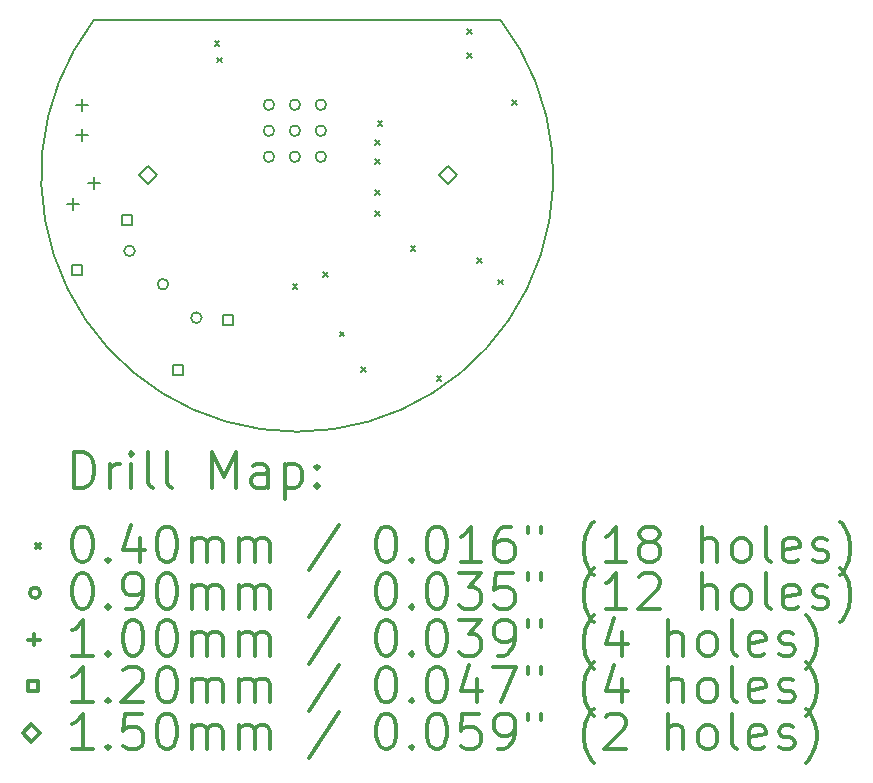
<source format=gbr>
%FSLAX45Y45*%
G04 Gerber Fmt 4.5, Leading zero omitted, Abs format (unit mm)*
G04 Created by KiCad (PCBNEW no-vcs-found-33e0758~58~ubuntu16.04.1) date Wed May  9 13:31:19 2018*
%MOMM*%
%LPD*%
G01*
G04 APERTURE LIST*
%ADD10C,0.127000*%
%ADD11C,0.150000*%
%ADD12C,0.200000*%
%ADD13C,0.300000*%
G04 APERTURE END LIST*
D10*
D11*
X13640000Y-6880000D02*
X13640000Y-6880000D01*
X10200000Y-6880000D02*
X13640000Y-6880000D01*
X13640000Y-6880000D02*
G75*
G02X10200000Y-6880000I-1720000J-1320000D01*
G01*
D12*
X11220000Y-7060000D02*
X11260000Y-7100000D01*
X11260000Y-7060000D02*
X11220000Y-7100000D01*
X11240000Y-7200000D02*
X11280000Y-7240000D01*
X11280000Y-7200000D02*
X11240000Y-7240000D01*
X11880000Y-9120000D02*
X11920000Y-9160000D01*
X11920000Y-9120000D02*
X11880000Y-9160000D01*
X12140000Y-9020000D02*
X12180000Y-9060000D01*
X12180000Y-9020000D02*
X12140000Y-9060000D01*
X12280000Y-9520000D02*
X12320000Y-9560000D01*
X12320000Y-9520000D02*
X12280000Y-9560000D01*
X12460000Y-9820000D02*
X12500000Y-9860000D01*
X12500000Y-9820000D02*
X12460000Y-9860000D01*
X12580000Y-7900000D02*
X12620000Y-7940000D01*
X12620000Y-7900000D02*
X12580000Y-7940000D01*
X12580000Y-8060000D02*
X12620000Y-8100000D01*
X12620000Y-8060000D02*
X12580000Y-8100000D01*
X12580000Y-8320000D02*
X12620000Y-8360000D01*
X12620000Y-8320000D02*
X12580000Y-8360000D01*
X12580000Y-8500000D02*
X12620000Y-8540000D01*
X12620000Y-8500000D02*
X12580000Y-8540000D01*
X12600000Y-7740000D02*
X12640000Y-7780000D01*
X12640000Y-7740000D02*
X12600000Y-7780000D01*
X12880000Y-8800000D02*
X12920000Y-8840000D01*
X12920000Y-8800000D02*
X12880000Y-8840000D01*
X13100000Y-9900000D02*
X13140000Y-9940000D01*
X13140000Y-9900000D02*
X13100000Y-9940000D01*
X13360000Y-6960000D02*
X13400000Y-7000000D01*
X13400000Y-6960000D02*
X13360000Y-7000000D01*
X13360000Y-7160000D02*
X13400000Y-7200000D01*
X13400000Y-7160000D02*
X13360000Y-7200000D01*
X13440000Y-8900000D02*
X13480000Y-8940000D01*
X13480000Y-8900000D02*
X13440000Y-8940000D01*
X13620000Y-9080000D02*
X13660000Y-9120000D01*
X13660000Y-9080000D02*
X13620000Y-9120000D01*
X13740000Y-7560000D02*
X13780000Y-7600000D01*
X13780000Y-7560000D02*
X13740000Y-7600000D01*
X10545000Y-8837157D02*
G75*
G03X10545000Y-8837157I-45000J0D01*
G01*
X10827843Y-9120000D02*
G75*
G03X10827843Y-9120000I-45000J0D01*
G01*
X11110685Y-9402843D02*
G75*
G03X11110685Y-9402843I-45000J0D01*
G01*
X11945000Y-7600000D02*
G75*
G03X11945000Y-7600000I-45000J0D01*
G01*
X11725000Y-7820000D02*
G75*
G03X11725000Y-7820000I-45000J0D01*
G01*
X12165000Y-7600000D02*
G75*
G03X12165000Y-7600000I-45000J0D01*
G01*
X11725000Y-7600000D02*
G75*
G03X11725000Y-7600000I-45000J0D01*
G01*
X11725000Y-8040000D02*
G75*
G03X11725000Y-8040000I-45000J0D01*
G01*
X12165000Y-7820000D02*
G75*
G03X12165000Y-7820000I-45000J0D01*
G01*
X11945000Y-8040000D02*
G75*
G03X11945000Y-8040000I-45000J0D01*
G01*
X12165000Y-8040000D02*
G75*
G03X12165000Y-8040000I-45000J0D01*
G01*
X11945000Y-7820000D02*
G75*
G03X11945000Y-7820000I-45000J0D01*
G01*
X10100000Y-7550000D02*
X10100000Y-7650000D01*
X10050000Y-7600000D02*
X10150000Y-7600000D01*
X10100000Y-7804000D02*
X10100000Y-7904000D01*
X10050000Y-7854000D02*
X10150000Y-7854000D01*
X10020395Y-8389605D02*
X10020395Y-8489605D01*
X9970395Y-8439605D02*
X10070395Y-8439605D01*
X10200000Y-8210000D02*
X10200000Y-8310000D01*
X10150000Y-8260000D02*
X10250000Y-8260000D01*
X10100485Y-9038683D02*
X10100485Y-8953830D01*
X10015632Y-8953830D01*
X10015632Y-9038683D01*
X10100485Y-9038683D01*
X10524749Y-8614419D02*
X10524749Y-8529566D01*
X10439896Y-8529566D01*
X10439896Y-8614419D01*
X10524749Y-8614419D01*
X10949013Y-9887211D02*
X10949013Y-9802358D01*
X10864160Y-9802358D01*
X10864160Y-9887211D01*
X10949013Y-9887211D01*
X11373277Y-9462947D02*
X11373277Y-9378094D01*
X11288424Y-9378094D01*
X11288424Y-9462947D01*
X11373277Y-9462947D01*
X10657572Y-8270853D02*
X10732629Y-8195796D01*
X10657572Y-8120739D01*
X10582515Y-8195796D01*
X10657572Y-8270853D01*
X13197572Y-8270853D02*
X13272629Y-8195796D01*
X13197572Y-8120739D01*
X13122515Y-8195796D01*
X13197572Y-8270853D01*
D13*
X10030796Y-10841347D02*
X10030796Y-10541347D01*
X10102224Y-10541347D01*
X10145081Y-10555633D01*
X10173653Y-10584204D01*
X10187939Y-10612776D01*
X10202224Y-10669919D01*
X10202224Y-10712776D01*
X10187939Y-10769919D01*
X10173653Y-10798490D01*
X10145081Y-10827061D01*
X10102224Y-10841347D01*
X10030796Y-10841347D01*
X10330796Y-10841347D02*
X10330796Y-10641347D01*
X10330796Y-10698490D02*
X10345081Y-10669919D01*
X10359367Y-10655633D01*
X10387939Y-10641347D01*
X10416510Y-10641347D01*
X10516510Y-10841347D02*
X10516510Y-10641347D01*
X10516510Y-10541347D02*
X10502224Y-10555633D01*
X10516510Y-10569919D01*
X10530796Y-10555633D01*
X10516510Y-10541347D01*
X10516510Y-10569919D01*
X10702224Y-10841347D02*
X10673653Y-10827061D01*
X10659367Y-10798490D01*
X10659367Y-10541347D01*
X10859367Y-10841347D02*
X10830796Y-10827061D01*
X10816510Y-10798490D01*
X10816510Y-10541347D01*
X11202224Y-10841347D02*
X11202224Y-10541347D01*
X11302224Y-10755633D01*
X11402224Y-10541347D01*
X11402224Y-10841347D01*
X11673653Y-10841347D02*
X11673653Y-10684204D01*
X11659367Y-10655633D01*
X11630796Y-10641347D01*
X11573653Y-10641347D01*
X11545081Y-10655633D01*
X11673653Y-10827061D02*
X11645081Y-10841347D01*
X11573653Y-10841347D01*
X11545081Y-10827061D01*
X11530796Y-10798490D01*
X11530796Y-10769919D01*
X11545081Y-10741347D01*
X11573653Y-10727061D01*
X11645081Y-10727061D01*
X11673653Y-10712776D01*
X11816510Y-10641347D02*
X11816510Y-10941347D01*
X11816510Y-10655633D02*
X11845081Y-10641347D01*
X11902224Y-10641347D01*
X11930796Y-10655633D01*
X11945081Y-10669919D01*
X11959367Y-10698490D01*
X11959367Y-10784204D01*
X11945081Y-10812776D01*
X11930796Y-10827061D01*
X11902224Y-10841347D01*
X11845081Y-10841347D01*
X11816510Y-10827061D01*
X12087939Y-10812776D02*
X12102224Y-10827061D01*
X12087939Y-10841347D01*
X12073653Y-10827061D01*
X12087939Y-10812776D01*
X12087939Y-10841347D01*
X12087939Y-10655633D02*
X12102224Y-10669919D01*
X12087939Y-10684204D01*
X12073653Y-10669919D01*
X12087939Y-10655633D01*
X12087939Y-10684204D01*
X9704367Y-11315633D02*
X9744367Y-11355633D01*
X9744367Y-11315633D02*
X9704367Y-11355633D01*
X10087939Y-11171347D02*
X10116510Y-11171347D01*
X10145081Y-11185633D01*
X10159367Y-11199918D01*
X10173653Y-11228490D01*
X10187939Y-11285633D01*
X10187939Y-11357061D01*
X10173653Y-11414204D01*
X10159367Y-11442776D01*
X10145081Y-11457061D01*
X10116510Y-11471347D01*
X10087939Y-11471347D01*
X10059367Y-11457061D01*
X10045081Y-11442776D01*
X10030796Y-11414204D01*
X10016510Y-11357061D01*
X10016510Y-11285633D01*
X10030796Y-11228490D01*
X10045081Y-11199918D01*
X10059367Y-11185633D01*
X10087939Y-11171347D01*
X10316510Y-11442776D02*
X10330796Y-11457061D01*
X10316510Y-11471347D01*
X10302224Y-11457061D01*
X10316510Y-11442776D01*
X10316510Y-11471347D01*
X10587939Y-11271347D02*
X10587939Y-11471347D01*
X10516510Y-11157061D02*
X10445081Y-11371347D01*
X10630796Y-11371347D01*
X10802224Y-11171347D02*
X10830796Y-11171347D01*
X10859367Y-11185633D01*
X10873653Y-11199918D01*
X10887939Y-11228490D01*
X10902224Y-11285633D01*
X10902224Y-11357061D01*
X10887939Y-11414204D01*
X10873653Y-11442776D01*
X10859367Y-11457061D01*
X10830796Y-11471347D01*
X10802224Y-11471347D01*
X10773653Y-11457061D01*
X10759367Y-11442776D01*
X10745081Y-11414204D01*
X10730796Y-11357061D01*
X10730796Y-11285633D01*
X10745081Y-11228490D01*
X10759367Y-11199918D01*
X10773653Y-11185633D01*
X10802224Y-11171347D01*
X11030796Y-11471347D02*
X11030796Y-11271347D01*
X11030796Y-11299918D02*
X11045081Y-11285633D01*
X11073653Y-11271347D01*
X11116510Y-11271347D01*
X11145081Y-11285633D01*
X11159367Y-11314204D01*
X11159367Y-11471347D01*
X11159367Y-11314204D02*
X11173653Y-11285633D01*
X11202224Y-11271347D01*
X11245081Y-11271347D01*
X11273653Y-11285633D01*
X11287939Y-11314204D01*
X11287939Y-11471347D01*
X11430796Y-11471347D02*
X11430796Y-11271347D01*
X11430796Y-11299918D02*
X11445081Y-11285633D01*
X11473653Y-11271347D01*
X11516510Y-11271347D01*
X11545081Y-11285633D01*
X11559367Y-11314204D01*
X11559367Y-11471347D01*
X11559367Y-11314204D02*
X11573653Y-11285633D01*
X11602224Y-11271347D01*
X11645081Y-11271347D01*
X11673653Y-11285633D01*
X11687939Y-11314204D01*
X11687939Y-11471347D01*
X12273653Y-11157061D02*
X12016510Y-11542776D01*
X12659367Y-11171347D02*
X12687939Y-11171347D01*
X12716510Y-11185633D01*
X12730796Y-11199918D01*
X12745081Y-11228490D01*
X12759367Y-11285633D01*
X12759367Y-11357061D01*
X12745081Y-11414204D01*
X12730796Y-11442776D01*
X12716510Y-11457061D01*
X12687939Y-11471347D01*
X12659367Y-11471347D01*
X12630796Y-11457061D01*
X12616510Y-11442776D01*
X12602224Y-11414204D01*
X12587939Y-11357061D01*
X12587939Y-11285633D01*
X12602224Y-11228490D01*
X12616510Y-11199918D01*
X12630796Y-11185633D01*
X12659367Y-11171347D01*
X12887939Y-11442776D02*
X12902224Y-11457061D01*
X12887939Y-11471347D01*
X12873653Y-11457061D01*
X12887939Y-11442776D01*
X12887939Y-11471347D01*
X13087939Y-11171347D02*
X13116510Y-11171347D01*
X13145081Y-11185633D01*
X13159367Y-11199918D01*
X13173653Y-11228490D01*
X13187939Y-11285633D01*
X13187939Y-11357061D01*
X13173653Y-11414204D01*
X13159367Y-11442776D01*
X13145081Y-11457061D01*
X13116510Y-11471347D01*
X13087939Y-11471347D01*
X13059367Y-11457061D01*
X13045081Y-11442776D01*
X13030796Y-11414204D01*
X13016510Y-11357061D01*
X13016510Y-11285633D01*
X13030796Y-11228490D01*
X13045081Y-11199918D01*
X13059367Y-11185633D01*
X13087939Y-11171347D01*
X13473653Y-11471347D02*
X13302224Y-11471347D01*
X13387939Y-11471347D02*
X13387939Y-11171347D01*
X13359367Y-11214204D01*
X13330796Y-11242776D01*
X13302224Y-11257061D01*
X13730796Y-11171347D02*
X13673653Y-11171347D01*
X13645081Y-11185633D01*
X13630796Y-11199918D01*
X13602224Y-11242776D01*
X13587939Y-11299918D01*
X13587939Y-11414204D01*
X13602224Y-11442776D01*
X13616510Y-11457061D01*
X13645081Y-11471347D01*
X13702224Y-11471347D01*
X13730796Y-11457061D01*
X13745081Y-11442776D01*
X13759367Y-11414204D01*
X13759367Y-11342776D01*
X13745081Y-11314204D01*
X13730796Y-11299918D01*
X13702224Y-11285633D01*
X13645081Y-11285633D01*
X13616510Y-11299918D01*
X13602224Y-11314204D01*
X13587939Y-11342776D01*
X13873653Y-11171347D02*
X13873653Y-11228490D01*
X13987939Y-11171347D02*
X13987939Y-11228490D01*
X14430796Y-11585633D02*
X14416510Y-11571347D01*
X14387939Y-11528490D01*
X14373653Y-11499918D01*
X14359367Y-11457061D01*
X14345081Y-11385633D01*
X14345081Y-11328490D01*
X14359367Y-11257061D01*
X14373653Y-11214204D01*
X14387939Y-11185633D01*
X14416510Y-11142776D01*
X14430796Y-11128490D01*
X14702224Y-11471347D02*
X14530796Y-11471347D01*
X14616510Y-11471347D02*
X14616510Y-11171347D01*
X14587939Y-11214204D01*
X14559367Y-11242776D01*
X14530796Y-11257061D01*
X14873653Y-11299918D02*
X14845081Y-11285633D01*
X14830796Y-11271347D01*
X14816510Y-11242776D01*
X14816510Y-11228490D01*
X14830796Y-11199918D01*
X14845081Y-11185633D01*
X14873653Y-11171347D01*
X14930796Y-11171347D01*
X14959367Y-11185633D01*
X14973653Y-11199918D01*
X14987939Y-11228490D01*
X14987939Y-11242776D01*
X14973653Y-11271347D01*
X14959367Y-11285633D01*
X14930796Y-11299918D01*
X14873653Y-11299918D01*
X14845081Y-11314204D01*
X14830796Y-11328490D01*
X14816510Y-11357061D01*
X14816510Y-11414204D01*
X14830796Y-11442776D01*
X14845081Y-11457061D01*
X14873653Y-11471347D01*
X14930796Y-11471347D01*
X14959367Y-11457061D01*
X14973653Y-11442776D01*
X14987939Y-11414204D01*
X14987939Y-11357061D01*
X14973653Y-11328490D01*
X14959367Y-11314204D01*
X14930796Y-11299918D01*
X15345081Y-11471347D02*
X15345081Y-11171347D01*
X15473653Y-11471347D02*
X15473653Y-11314204D01*
X15459367Y-11285633D01*
X15430796Y-11271347D01*
X15387939Y-11271347D01*
X15359367Y-11285633D01*
X15345081Y-11299918D01*
X15659367Y-11471347D02*
X15630796Y-11457061D01*
X15616510Y-11442776D01*
X15602224Y-11414204D01*
X15602224Y-11328490D01*
X15616510Y-11299918D01*
X15630796Y-11285633D01*
X15659367Y-11271347D01*
X15702224Y-11271347D01*
X15730796Y-11285633D01*
X15745081Y-11299918D01*
X15759367Y-11328490D01*
X15759367Y-11414204D01*
X15745081Y-11442776D01*
X15730796Y-11457061D01*
X15702224Y-11471347D01*
X15659367Y-11471347D01*
X15930796Y-11471347D02*
X15902224Y-11457061D01*
X15887939Y-11428490D01*
X15887939Y-11171347D01*
X16159367Y-11457061D02*
X16130796Y-11471347D01*
X16073653Y-11471347D01*
X16045081Y-11457061D01*
X16030796Y-11428490D01*
X16030796Y-11314204D01*
X16045081Y-11285633D01*
X16073653Y-11271347D01*
X16130796Y-11271347D01*
X16159367Y-11285633D01*
X16173653Y-11314204D01*
X16173653Y-11342776D01*
X16030796Y-11371347D01*
X16287939Y-11457061D02*
X16316510Y-11471347D01*
X16373653Y-11471347D01*
X16402224Y-11457061D01*
X16416510Y-11428490D01*
X16416510Y-11414204D01*
X16402224Y-11385633D01*
X16373653Y-11371347D01*
X16330796Y-11371347D01*
X16302224Y-11357061D01*
X16287939Y-11328490D01*
X16287939Y-11314204D01*
X16302224Y-11285633D01*
X16330796Y-11271347D01*
X16373653Y-11271347D01*
X16402224Y-11285633D01*
X16516510Y-11585633D02*
X16530796Y-11571347D01*
X16559367Y-11528490D01*
X16573653Y-11499918D01*
X16587939Y-11457061D01*
X16602224Y-11385633D01*
X16602224Y-11328490D01*
X16587939Y-11257061D01*
X16573653Y-11214204D01*
X16559367Y-11185633D01*
X16530796Y-11142776D01*
X16516510Y-11128490D01*
X9744367Y-11731633D02*
G75*
G03X9744367Y-11731633I-45000J0D01*
G01*
X10087939Y-11567347D02*
X10116510Y-11567347D01*
X10145081Y-11581633D01*
X10159367Y-11595918D01*
X10173653Y-11624490D01*
X10187939Y-11681633D01*
X10187939Y-11753061D01*
X10173653Y-11810204D01*
X10159367Y-11838776D01*
X10145081Y-11853061D01*
X10116510Y-11867347D01*
X10087939Y-11867347D01*
X10059367Y-11853061D01*
X10045081Y-11838776D01*
X10030796Y-11810204D01*
X10016510Y-11753061D01*
X10016510Y-11681633D01*
X10030796Y-11624490D01*
X10045081Y-11595918D01*
X10059367Y-11581633D01*
X10087939Y-11567347D01*
X10316510Y-11838776D02*
X10330796Y-11853061D01*
X10316510Y-11867347D01*
X10302224Y-11853061D01*
X10316510Y-11838776D01*
X10316510Y-11867347D01*
X10473653Y-11867347D02*
X10530796Y-11867347D01*
X10559367Y-11853061D01*
X10573653Y-11838776D01*
X10602224Y-11795918D01*
X10616510Y-11738776D01*
X10616510Y-11624490D01*
X10602224Y-11595918D01*
X10587939Y-11581633D01*
X10559367Y-11567347D01*
X10502224Y-11567347D01*
X10473653Y-11581633D01*
X10459367Y-11595918D01*
X10445081Y-11624490D01*
X10445081Y-11695918D01*
X10459367Y-11724490D01*
X10473653Y-11738776D01*
X10502224Y-11753061D01*
X10559367Y-11753061D01*
X10587939Y-11738776D01*
X10602224Y-11724490D01*
X10616510Y-11695918D01*
X10802224Y-11567347D02*
X10830796Y-11567347D01*
X10859367Y-11581633D01*
X10873653Y-11595918D01*
X10887939Y-11624490D01*
X10902224Y-11681633D01*
X10902224Y-11753061D01*
X10887939Y-11810204D01*
X10873653Y-11838776D01*
X10859367Y-11853061D01*
X10830796Y-11867347D01*
X10802224Y-11867347D01*
X10773653Y-11853061D01*
X10759367Y-11838776D01*
X10745081Y-11810204D01*
X10730796Y-11753061D01*
X10730796Y-11681633D01*
X10745081Y-11624490D01*
X10759367Y-11595918D01*
X10773653Y-11581633D01*
X10802224Y-11567347D01*
X11030796Y-11867347D02*
X11030796Y-11667347D01*
X11030796Y-11695918D02*
X11045081Y-11681633D01*
X11073653Y-11667347D01*
X11116510Y-11667347D01*
X11145081Y-11681633D01*
X11159367Y-11710204D01*
X11159367Y-11867347D01*
X11159367Y-11710204D02*
X11173653Y-11681633D01*
X11202224Y-11667347D01*
X11245081Y-11667347D01*
X11273653Y-11681633D01*
X11287939Y-11710204D01*
X11287939Y-11867347D01*
X11430796Y-11867347D02*
X11430796Y-11667347D01*
X11430796Y-11695918D02*
X11445081Y-11681633D01*
X11473653Y-11667347D01*
X11516510Y-11667347D01*
X11545081Y-11681633D01*
X11559367Y-11710204D01*
X11559367Y-11867347D01*
X11559367Y-11710204D02*
X11573653Y-11681633D01*
X11602224Y-11667347D01*
X11645081Y-11667347D01*
X11673653Y-11681633D01*
X11687939Y-11710204D01*
X11687939Y-11867347D01*
X12273653Y-11553061D02*
X12016510Y-11938776D01*
X12659367Y-11567347D02*
X12687939Y-11567347D01*
X12716510Y-11581633D01*
X12730796Y-11595918D01*
X12745081Y-11624490D01*
X12759367Y-11681633D01*
X12759367Y-11753061D01*
X12745081Y-11810204D01*
X12730796Y-11838776D01*
X12716510Y-11853061D01*
X12687939Y-11867347D01*
X12659367Y-11867347D01*
X12630796Y-11853061D01*
X12616510Y-11838776D01*
X12602224Y-11810204D01*
X12587939Y-11753061D01*
X12587939Y-11681633D01*
X12602224Y-11624490D01*
X12616510Y-11595918D01*
X12630796Y-11581633D01*
X12659367Y-11567347D01*
X12887939Y-11838776D02*
X12902224Y-11853061D01*
X12887939Y-11867347D01*
X12873653Y-11853061D01*
X12887939Y-11838776D01*
X12887939Y-11867347D01*
X13087939Y-11567347D02*
X13116510Y-11567347D01*
X13145081Y-11581633D01*
X13159367Y-11595918D01*
X13173653Y-11624490D01*
X13187939Y-11681633D01*
X13187939Y-11753061D01*
X13173653Y-11810204D01*
X13159367Y-11838776D01*
X13145081Y-11853061D01*
X13116510Y-11867347D01*
X13087939Y-11867347D01*
X13059367Y-11853061D01*
X13045081Y-11838776D01*
X13030796Y-11810204D01*
X13016510Y-11753061D01*
X13016510Y-11681633D01*
X13030796Y-11624490D01*
X13045081Y-11595918D01*
X13059367Y-11581633D01*
X13087939Y-11567347D01*
X13287939Y-11567347D02*
X13473653Y-11567347D01*
X13373653Y-11681633D01*
X13416510Y-11681633D01*
X13445081Y-11695918D01*
X13459367Y-11710204D01*
X13473653Y-11738776D01*
X13473653Y-11810204D01*
X13459367Y-11838776D01*
X13445081Y-11853061D01*
X13416510Y-11867347D01*
X13330796Y-11867347D01*
X13302224Y-11853061D01*
X13287939Y-11838776D01*
X13745081Y-11567347D02*
X13602224Y-11567347D01*
X13587939Y-11710204D01*
X13602224Y-11695918D01*
X13630796Y-11681633D01*
X13702224Y-11681633D01*
X13730796Y-11695918D01*
X13745081Y-11710204D01*
X13759367Y-11738776D01*
X13759367Y-11810204D01*
X13745081Y-11838776D01*
X13730796Y-11853061D01*
X13702224Y-11867347D01*
X13630796Y-11867347D01*
X13602224Y-11853061D01*
X13587939Y-11838776D01*
X13873653Y-11567347D02*
X13873653Y-11624490D01*
X13987939Y-11567347D02*
X13987939Y-11624490D01*
X14430796Y-11981633D02*
X14416510Y-11967347D01*
X14387939Y-11924490D01*
X14373653Y-11895918D01*
X14359367Y-11853061D01*
X14345081Y-11781633D01*
X14345081Y-11724490D01*
X14359367Y-11653061D01*
X14373653Y-11610204D01*
X14387939Y-11581633D01*
X14416510Y-11538776D01*
X14430796Y-11524490D01*
X14702224Y-11867347D02*
X14530796Y-11867347D01*
X14616510Y-11867347D02*
X14616510Y-11567347D01*
X14587939Y-11610204D01*
X14559367Y-11638776D01*
X14530796Y-11653061D01*
X14816510Y-11595918D02*
X14830796Y-11581633D01*
X14859367Y-11567347D01*
X14930796Y-11567347D01*
X14959367Y-11581633D01*
X14973653Y-11595918D01*
X14987939Y-11624490D01*
X14987939Y-11653061D01*
X14973653Y-11695918D01*
X14802224Y-11867347D01*
X14987939Y-11867347D01*
X15345081Y-11867347D02*
X15345081Y-11567347D01*
X15473653Y-11867347D02*
X15473653Y-11710204D01*
X15459367Y-11681633D01*
X15430796Y-11667347D01*
X15387939Y-11667347D01*
X15359367Y-11681633D01*
X15345081Y-11695918D01*
X15659367Y-11867347D02*
X15630796Y-11853061D01*
X15616510Y-11838776D01*
X15602224Y-11810204D01*
X15602224Y-11724490D01*
X15616510Y-11695918D01*
X15630796Y-11681633D01*
X15659367Y-11667347D01*
X15702224Y-11667347D01*
X15730796Y-11681633D01*
X15745081Y-11695918D01*
X15759367Y-11724490D01*
X15759367Y-11810204D01*
X15745081Y-11838776D01*
X15730796Y-11853061D01*
X15702224Y-11867347D01*
X15659367Y-11867347D01*
X15930796Y-11867347D02*
X15902224Y-11853061D01*
X15887939Y-11824490D01*
X15887939Y-11567347D01*
X16159367Y-11853061D02*
X16130796Y-11867347D01*
X16073653Y-11867347D01*
X16045081Y-11853061D01*
X16030796Y-11824490D01*
X16030796Y-11710204D01*
X16045081Y-11681633D01*
X16073653Y-11667347D01*
X16130796Y-11667347D01*
X16159367Y-11681633D01*
X16173653Y-11710204D01*
X16173653Y-11738776D01*
X16030796Y-11767347D01*
X16287939Y-11853061D02*
X16316510Y-11867347D01*
X16373653Y-11867347D01*
X16402224Y-11853061D01*
X16416510Y-11824490D01*
X16416510Y-11810204D01*
X16402224Y-11781633D01*
X16373653Y-11767347D01*
X16330796Y-11767347D01*
X16302224Y-11753061D01*
X16287939Y-11724490D01*
X16287939Y-11710204D01*
X16302224Y-11681633D01*
X16330796Y-11667347D01*
X16373653Y-11667347D01*
X16402224Y-11681633D01*
X16516510Y-11981633D02*
X16530796Y-11967347D01*
X16559367Y-11924490D01*
X16573653Y-11895918D01*
X16587939Y-11853061D01*
X16602224Y-11781633D01*
X16602224Y-11724490D01*
X16587939Y-11653061D01*
X16573653Y-11610204D01*
X16559367Y-11581633D01*
X16530796Y-11538776D01*
X16516510Y-11524490D01*
X9694367Y-12077633D02*
X9694367Y-12177633D01*
X9644367Y-12127633D02*
X9744367Y-12127633D01*
X10187939Y-12263347D02*
X10016510Y-12263347D01*
X10102224Y-12263347D02*
X10102224Y-11963347D01*
X10073653Y-12006204D01*
X10045081Y-12034776D01*
X10016510Y-12049061D01*
X10316510Y-12234776D02*
X10330796Y-12249061D01*
X10316510Y-12263347D01*
X10302224Y-12249061D01*
X10316510Y-12234776D01*
X10316510Y-12263347D01*
X10516510Y-11963347D02*
X10545081Y-11963347D01*
X10573653Y-11977633D01*
X10587939Y-11991918D01*
X10602224Y-12020490D01*
X10616510Y-12077633D01*
X10616510Y-12149061D01*
X10602224Y-12206204D01*
X10587939Y-12234776D01*
X10573653Y-12249061D01*
X10545081Y-12263347D01*
X10516510Y-12263347D01*
X10487939Y-12249061D01*
X10473653Y-12234776D01*
X10459367Y-12206204D01*
X10445081Y-12149061D01*
X10445081Y-12077633D01*
X10459367Y-12020490D01*
X10473653Y-11991918D01*
X10487939Y-11977633D01*
X10516510Y-11963347D01*
X10802224Y-11963347D02*
X10830796Y-11963347D01*
X10859367Y-11977633D01*
X10873653Y-11991918D01*
X10887939Y-12020490D01*
X10902224Y-12077633D01*
X10902224Y-12149061D01*
X10887939Y-12206204D01*
X10873653Y-12234776D01*
X10859367Y-12249061D01*
X10830796Y-12263347D01*
X10802224Y-12263347D01*
X10773653Y-12249061D01*
X10759367Y-12234776D01*
X10745081Y-12206204D01*
X10730796Y-12149061D01*
X10730796Y-12077633D01*
X10745081Y-12020490D01*
X10759367Y-11991918D01*
X10773653Y-11977633D01*
X10802224Y-11963347D01*
X11030796Y-12263347D02*
X11030796Y-12063347D01*
X11030796Y-12091918D02*
X11045081Y-12077633D01*
X11073653Y-12063347D01*
X11116510Y-12063347D01*
X11145081Y-12077633D01*
X11159367Y-12106204D01*
X11159367Y-12263347D01*
X11159367Y-12106204D02*
X11173653Y-12077633D01*
X11202224Y-12063347D01*
X11245081Y-12063347D01*
X11273653Y-12077633D01*
X11287939Y-12106204D01*
X11287939Y-12263347D01*
X11430796Y-12263347D02*
X11430796Y-12063347D01*
X11430796Y-12091918D02*
X11445081Y-12077633D01*
X11473653Y-12063347D01*
X11516510Y-12063347D01*
X11545081Y-12077633D01*
X11559367Y-12106204D01*
X11559367Y-12263347D01*
X11559367Y-12106204D02*
X11573653Y-12077633D01*
X11602224Y-12063347D01*
X11645081Y-12063347D01*
X11673653Y-12077633D01*
X11687939Y-12106204D01*
X11687939Y-12263347D01*
X12273653Y-11949061D02*
X12016510Y-12334776D01*
X12659367Y-11963347D02*
X12687939Y-11963347D01*
X12716510Y-11977633D01*
X12730796Y-11991918D01*
X12745081Y-12020490D01*
X12759367Y-12077633D01*
X12759367Y-12149061D01*
X12745081Y-12206204D01*
X12730796Y-12234776D01*
X12716510Y-12249061D01*
X12687939Y-12263347D01*
X12659367Y-12263347D01*
X12630796Y-12249061D01*
X12616510Y-12234776D01*
X12602224Y-12206204D01*
X12587939Y-12149061D01*
X12587939Y-12077633D01*
X12602224Y-12020490D01*
X12616510Y-11991918D01*
X12630796Y-11977633D01*
X12659367Y-11963347D01*
X12887939Y-12234776D02*
X12902224Y-12249061D01*
X12887939Y-12263347D01*
X12873653Y-12249061D01*
X12887939Y-12234776D01*
X12887939Y-12263347D01*
X13087939Y-11963347D02*
X13116510Y-11963347D01*
X13145081Y-11977633D01*
X13159367Y-11991918D01*
X13173653Y-12020490D01*
X13187939Y-12077633D01*
X13187939Y-12149061D01*
X13173653Y-12206204D01*
X13159367Y-12234776D01*
X13145081Y-12249061D01*
X13116510Y-12263347D01*
X13087939Y-12263347D01*
X13059367Y-12249061D01*
X13045081Y-12234776D01*
X13030796Y-12206204D01*
X13016510Y-12149061D01*
X13016510Y-12077633D01*
X13030796Y-12020490D01*
X13045081Y-11991918D01*
X13059367Y-11977633D01*
X13087939Y-11963347D01*
X13287939Y-11963347D02*
X13473653Y-11963347D01*
X13373653Y-12077633D01*
X13416510Y-12077633D01*
X13445081Y-12091918D01*
X13459367Y-12106204D01*
X13473653Y-12134776D01*
X13473653Y-12206204D01*
X13459367Y-12234776D01*
X13445081Y-12249061D01*
X13416510Y-12263347D01*
X13330796Y-12263347D01*
X13302224Y-12249061D01*
X13287939Y-12234776D01*
X13616510Y-12263347D02*
X13673653Y-12263347D01*
X13702224Y-12249061D01*
X13716510Y-12234776D01*
X13745081Y-12191918D01*
X13759367Y-12134776D01*
X13759367Y-12020490D01*
X13745081Y-11991918D01*
X13730796Y-11977633D01*
X13702224Y-11963347D01*
X13645081Y-11963347D01*
X13616510Y-11977633D01*
X13602224Y-11991918D01*
X13587939Y-12020490D01*
X13587939Y-12091918D01*
X13602224Y-12120490D01*
X13616510Y-12134776D01*
X13645081Y-12149061D01*
X13702224Y-12149061D01*
X13730796Y-12134776D01*
X13745081Y-12120490D01*
X13759367Y-12091918D01*
X13873653Y-11963347D02*
X13873653Y-12020490D01*
X13987939Y-11963347D02*
X13987939Y-12020490D01*
X14430796Y-12377633D02*
X14416510Y-12363347D01*
X14387939Y-12320490D01*
X14373653Y-12291918D01*
X14359367Y-12249061D01*
X14345081Y-12177633D01*
X14345081Y-12120490D01*
X14359367Y-12049061D01*
X14373653Y-12006204D01*
X14387939Y-11977633D01*
X14416510Y-11934776D01*
X14430796Y-11920490D01*
X14673653Y-12063347D02*
X14673653Y-12263347D01*
X14602224Y-11949061D02*
X14530796Y-12163347D01*
X14716510Y-12163347D01*
X15059367Y-12263347D02*
X15059367Y-11963347D01*
X15187939Y-12263347D02*
X15187939Y-12106204D01*
X15173653Y-12077633D01*
X15145081Y-12063347D01*
X15102224Y-12063347D01*
X15073653Y-12077633D01*
X15059367Y-12091918D01*
X15373653Y-12263347D02*
X15345081Y-12249061D01*
X15330796Y-12234776D01*
X15316510Y-12206204D01*
X15316510Y-12120490D01*
X15330796Y-12091918D01*
X15345081Y-12077633D01*
X15373653Y-12063347D01*
X15416510Y-12063347D01*
X15445081Y-12077633D01*
X15459367Y-12091918D01*
X15473653Y-12120490D01*
X15473653Y-12206204D01*
X15459367Y-12234776D01*
X15445081Y-12249061D01*
X15416510Y-12263347D01*
X15373653Y-12263347D01*
X15645081Y-12263347D02*
X15616510Y-12249061D01*
X15602224Y-12220490D01*
X15602224Y-11963347D01*
X15873653Y-12249061D02*
X15845081Y-12263347D01*
X15787939Y-12263347D01*
X15759367Y-12249061D01*
X15745081Y-12220490D01*
X15745081Y-12106204D01*
X15759367Y-12077633D01*
X15787939Y-12063347D01*
X15845081Y-12063347D01*
X15873653Y-12077633D01*
X15887939Y-12106204D01*
X15887939Y-12134776D01*
X15745081Y-12163347D01*
X16002224Y-12249061D02*
X16030796Y-12263347D01*
X16087939Y-12263347D01*
X16116510Y-12249061D01*
X16130796Y-12220490D01*
X16130796Y-12206204D01*
X16116510Y-12177633D01*
X16087939Y-12163347D01*
X16045081Y-12163347D01*
X16016510Y-12149061D01*
X16002224Y-12120490D01*
X16002224Y-12106204D01*
X16016510Y-12077633D01*
X16045081Y-12063347D01*
X16087939Y-12063347D01*
X16116510Y-12077633D01*
X16230796Y-12377633D02*
X16245081Y-12363347D01*
X16273653Y-12320490D01*
X16287939Y-12291918D01*
X16302224Y-12249061D01*
X16316510Y-12177633D01*
X16316510Y-12120490D01*
X16302224Y-12049061D01*
X16287939Y-12006204D01*
X16273653Y-11977633D01*
X16245081Y-11934776D01*
X16230796Y-11920490D01*
X9726794Y-12566060D02*
X9726794Y-12481206D01*
X9641940Y-12481206D01*
X9641940Y-12566060D01*
X9726794Y-12566060D01*
X10187939Y-12659347D02*
X10016510Y-12659347D01*
X10102224Y-12659347D02*
X10102224Y-12359347D01*
X10073653Y-12402204D01*
X10045081Y-12430776D01*
X10016510Y-12445061D01*
X10316510Y-12630776D02*
X10330796Y-12645061D01*
X10316510Y-12659347D01*
X10302224Y-12645061D01*
X10316510Y-12630776D01*
X10316510Y-12659347D01*
X10445081Y-12387918D02*
X10459367Y-12373633D01*
X10487939Y-12359347D01*
X10559367Y-12359347D01*
X10587939Y-12373633D01*
X10602224Y-12387918D01*
X10616510Y-12416490D01*
X10616510Y-12445061D01*
X10602224Y-12487918D01*
X10430796Y-12659347D01*
X10616510Y-12659347D01*
X10802224Y-12359347D02*
X10830796Y-12359347D01*
X10859367Y-12373633D01*
X10873653Y-12387918D01*
X10887939Y-12416490D01*
X10902224Y-12473633D01*
X10902224Y-12545061D01*
X10887939Y-12602204D01*
X10873653Y-12630776D01*
X10859367Y-12645061D01*
X10830796Y-12659347D01*
X10802224Y-12659347D01*
X10773653Y-12645061D01*
X10759367Y-12630776D01*
X10745081Y-12602204D01*
X10730796Y-12545061D01*
X10730796Y-12473633D01*
X10745081Y-12416490D01*
X10759367Y-12387918D01*
X10773653Y-12373633D01*
X10802224Y-12359347D01*
X11030796Y-12659347D02*
X11030796Y-12459347D01*
X11030796Y-12487918D02*
X11045081Y-12473633D01*
X11073653Y-12459347D01*
X11116510Y-12459347D01*
X11145081Y-12473633D01*
X11159367Y-12502204D01*
X11159367Y-12659347D01*
X11159367Y-12502204D02*
X11173653Y-12473633D01*
X11202224Y-12459347D01*
X11245081Y-12459347D01*
X11273653Y-12473633D01*
X11287939Y-12502204D01*
X11287939Y-12659347D01*
X11430796Y-12659347D02*
X11430796Y-12459347D01*
X11430796Y-12487918D02*
X11445081Y-12473633D01*
X11473653Y-12459347D01*
X11516510Y-12459347D01*
X11545081Y-12473633D01*
X11559367Y-12502204D01*
X11559367Y-12659347D01*
X11559367Y-12502204D02*
X11573653Y-12473633D01*
X11602224Y-12459347D01*
X11645081Y-12459347D01*
X11673653Y-12473633D01*
X11687939Y-12502204D01*
X11687939Y-12659347D01*
X12273653Y-12345061D02*
X12016510Y-12730776D01*
X12659367Y-12359347D02*
X12687939Y-12359347D01*
X12716510Y-12373633D01*
X12730796Y-12387918D01*
X12745081Y-12416490D01*
X12759367Y-12473633D01*
X12759367Y-12545061D01*
X12745081Y-12602204D01*
X12730796Y-12630776D01*
X12716510Y-12645061D01*
X12687939Y-12659347D01*
X12659367Y-12659347D01*
X12630796Y-12645061D01*
X12616510Y-12630776D01*
X12602224Y-12602204D01*
X12587939Y-12545061D01*
X12587939Y-12473633D01*
X12602224Y-12416490D01*
X12616510Y-12387918D01*
X12630796Y-12373633D01*
X12659367Y-12359347D01*
X12887939Y-12630776D02*
X12902224Y-12645061D01*
X12887939Y-12659347D01*
X12873653Y-12645061D01*
X12887939Y-12630776D01*
X12887939Y-12659347D01*
X13087939Y-12359347D02*
X13116510Y-12359347D01*
X13145081Y-12373633D01*
X13159367Y-12387918D01*
X13173653Y-12416490D01*
X13187939Y-12473633D01*
X13187939Y-12545061D01*
X13173653Y-12602204D01*
X13159367Y-12630776D01*
X13145081Y-12645061D01*
X13116510Y-12659347D01*
X13087939Y-12659347D01*
X13059367Y-12645061D01*
X13045081Y-12630776D01*
X13030796Y-12602204D01*
X13016510Y-12545061D01*
X13016510Y-12473633D01*
X13030796Y-12416490D01*
X13045081Y-12387918D01*
X13059367Y-12373633D01*
X13087939Y-12359347D01*
X13445081Y-12459347D02*
X13445081Y-12659347D01*
X13373653Y-12345061D02*
X13302224Y-12559347D01*
X13487939Y-12559347D01*
X13573653Y-12359347D02*
X13773653Y-12359347D01*
X13645081Y-12659347D01*
X13873653Y-12359347D02*
X13873653Y-12416490D01*
X13987939Y-12359347D02*
X13987939Y-12416490D01*
X14430796Y-12773633D02*
X14416510Y-12759347D01*
X14387939Y-12716490D01*
X14373653Y-12687918D01*
X14359367Y-12645061D01*
X14345081Y-12573633D01*
X14345081Y-12516490D01*
X14359367Y-12445061D01*
X14373653Y-12402204D01*
X14387939Y-12373633D01*
X14416510Y-12330776D01*
X14430796Y-12316490D01*
X14673653Y-12459347D02*
X14673653Y-12659347D01*
X14602224Y-12345061D02*
X14530796Y-12559347D01*
X14716510Y-12559347D01*
X15059367Y-12659347D02*
X15059367Y-12359347D01*
X15187939Y-12659347D02*
X15187939Y-12502204D01*
X15173653Y-12473633D01*
X15145081Y-12459347D01*
X15102224Y-12459347D01*
X15073653Y-12473633D01*
X15059367Y-12487918D01*
X15373653Y-12659347D02*
X15345081Y-12645061D01*
X15330796Y-12630776D01*
X15316510Y-12602204D01*
X15316510Y-12516490D01*
X15330796Y-12487918D01*
X15345081Y-12473633D01*
X15373653Y-12459347D01*
X15416510Y-12459347D01*
X15445081Y-12473633D01*
X15459367Y-12487918D01*
X15473653Y-12516490D01*
X15473653Y-12602204D01*
X15459367Y-12630776D01*
X15445081Y-12645061D01*
X15416510Y-12659347D01*
X15373653Y-12659347D01*
X15645081Y-12659347D02*
X15616510Y-12645061D01*
X15602224Y-12616490D01*
X15602224Y-12359347D01*
X15873653Y-12645061D02*
X15845081Y-12659347D01*
X15787939Y-12659347D01*
X15759367Y-12645061D01*
X15745081Y-12616490D01*
X15745081Y-12502204D01*
X15759367Y-12473633D01*
X15787939Y-12459347D01*
X15845081Y-12459347D01*
X15873653Y-12473633D01*
X15887939Y-12502204D01*
X15887939Y-12530776D01*
X15745081Y-12559347D01*
X16002224Y-12645061D02*
X16030796Y-12659347D01*
X16087939Y-12659347D01*
X16116510Y-12645061D01*
X16130796Y-12616490D01*
X16130796Y-12602204D01*
X16116510Y-12573633D01*
X16087939Y-12559347D01*
X16045081Y-12559347D01*
X16016510Y-12545061D01*
X16002224Y-12516490D01*
X16002224Y-12502204D01*
X16016510Y-12473633D01*
X16045081Y-12459347D01*
X16087939Y-12459347D01*
X16116510Y-12473633D01*
X16230796Y-12773633D02*
X16245081Y-12759347D01*
X16273653Y-12716490D01*
X16287939Y-12687918D01*
X16302224Y-12645061D01*
X16316510Y-12573633D01*
X16316510Y-12516490D01*
X16302224Y-12445061D01*
X16287939Y-12402204D01*
X16273653Y-12373633D01*
X16245081Y-12330776D01*
X16230796Y-12316490D01*
X9669310Y-12994690D02*
X9744367Y-12919633D01*
X9669310Y-12844576D01*
X9594253Y-12919633D01*
X9669310Y-12994690D01*
X10187939Y-13055347D02*
X10016510Y-13055347D01*
X10102224Y-13055347D02*
X10102224Y-12755347D01*
X10073653Y-12798204D01*
X10045081Y-12826776D01*
X10016510Y-12841061D01*
X10316510Y-13026776D02*
X10330796Y-13041061D01*
X10316510Y-13055347D01*
X10302224Y-13041061D01*
X10316510Y-13026776D01*
X10316510Y-13055347D01*
X10602224Y-12755347D02*
X10459367Y-12755347D01*
X10445081Y-12898204D01*
X10459367Y-12883918D01*
X10487939Y-12869633D01*
X10559367Y-12869633D01*
X10587939Y-12883918D01*
X10602224Y-12898204D01*
X10616510Y-12926776D01*
X10616510Y-12998204D01*
X10602224Y-13026776D01*
X10587939Y-13041061D01*
X10559367Y-13055347D01*
X10487939Y-13055347D01*
X10459367Y-13041061D01*
X10445081Y-13026776D01*
X10802224Y-12755347D02*
X10830796Y-12755347D01*
X10859367Y-12769633D01*
X10873653Y-12783918D01*
X10887939Y-12812490D01*
X10902224Y-12869633D01*
X10902224Y-12941061D01*
X10887939Y-12998204D01*
X10873653Y-13026776D01*
X10859367Y-13041061D01*
X10830796Y-13055347D01*
X10802224Y-13055347D01*
X10773653Y-13041061D01*
X10759367Y-13026776D01*
X10745081Y-12998204D01*
X10730796Y-12941061D01*
X10730796Y-12869633D01*
X10745081Y-12812490D01*
X10759367Y-12783918D01*
X10773653Y-12769633D01*
X10802224Y-12755347D01*
X11030796Y-13055347D02*
X11030796Y-12855347D01*
X11030796Y-12883918D02*
X11045081Y-12869633D01*
X11073653Y-12855347D01*
X11116510Y-12855347D01*
X11145081Y-12869633D01*
X11159367Y-12898204D01*
X11159367Y-13055347D01*
X11159367Y-12898204D02*
X11173653Y-12869633D01*
X11202224Y-12855347D01*
X11245081Y-12855347D01*
X11273653Y-12869633D01*
X11287939Y-12898204D01*
X11287939Y-13055347D01*
X11430796Y-13055347D02*
X11430796Y-12855347D01*
X11430796Y-12883918D02*
X11445081Y-12869633D01*
X11473653Y-12855347D01*
X11516510Y-12855347D01*
X11545081Y-12869633D01*
X11559367Y-12898204D01*
X11559367Y-13055347D01*
X11559367Y-12898204D02*
X11573653Y-12869633D01*
X11602224Y-12855347D01*
X11645081Y-12855347D01*
X11673653Y-12869633D01*
X11687939Y-12898204D01*
X11687939Y-13055347D01*
X12273653Y-12741061D02*
X12016510Y-13126776D01*
X12659367Y-12755347D02*
X12687939Y-12755347D01*
X12716510Y-12769633D01*
X12730796Y-12783918D01*
X12745081Y-12812490D01*
X12759367Y-12869633D01*
X12759367Y-12941061D01*
X12745081Y-12998204D01*
X12730796Y-13026776D01*
X12716510Y-13041061D01*
X12687939Y-13055347D01*
X12659367Y-13055347D01*
X12630796Y-13041061D01*
X12616510Y-13026776D01*
X12602224Y-12998204D01*
X12587939Y-12941061D01*
X12587939Y-12869633D01*
X12602224Y-12812490D01*
X12616510Y-12783918D01*
X12630796Y-12769633D01*
X12659367Y-12755347D01*
X12887939Y-13026776D02*
X12902224Y-13041061D01*
X12887939Y-13055347D01*
X12873653Y-13041061D01*
X12887939Y-13026776D01*
X12887939Y-13055347D01*
X13087939Y-12755347D02*
X13116510Y-12755347D01*
X13145081Y-12769633D01*
X13159367Y-12783918D01*
X13173653Y-12812490D01*
X13187939Y-12869633D01*
X13187939Y-12941061D01*
X13173653Y-12998204D01*
X13159367Y-13026776D01*
X13145081Y-13041061D01*
X13116510Y-13055347D01*
X13087939Y-13055347D01*
X13059367Y-13041061D01*
X13045081Y-13026776D01*
X13030796Y-12998204D01*
X13016510Y-12941061D01*
X13016510Y-12869633D01*
X13030796Y-12812490D01*
X13045081Y-12783918D01*
X13059367Y-12769633D01*
X13087939Y-12755347D01*
X13459367Y-12755347D02*
X13316510Y-12755347D01*
X13302224Y-12898204D01*
X13316510Y-12883918D01*
X13345081Y-12869633D01*
X13416510Y-12869633D01*
X13445081Y-12883918D01*
X13459367Y-12898204D01*
X13473653Y-12926776D01*
X13473653Y-12998204D01*
X13459367Y-13026776D01*
X13445081Y-13041061D01*
X13416510Y-13055347D01*
X13345081Y-13055347D01*
X13316510Y-13041061D01*
X13302224Y-13026776D01*
X13616510Y-13055347D02*
X13673653Y-13055347D01*
X13702224Y-13041061D01*
X13716510Y-13026776D01*
X13745081Y-12983918D01*
X13759367Y-12926776D01*
X13759367Y-12812490D01*
X13745081Y-12783918D01*
X13730796Y-12769633D01*
X13702224Y-12755347D01*
X13645081Y-12755347D01*
X13616510Y-12769633D01*
X13602224Y-12783918D01*
X13587939Y-12812490D01*
X13587939Y-12883918D01*
X13602224Y-12912490D01*
X13616510Y-12926776D01*
X13645081Y-12941061D01*
X13702224Y-12941061D01*
X13730796Y-12926776D01*
X13745081Y-12912490D01*
X13759367Y-12883918D01*
X13873653Y-12755347D02*
X13873653Y-12812490D01*
X13987939Y-12755347D02*
X13987939Y-12812490D01*
X14430796Y-13169633D02*
X14416510Y-13155347D01*
X14387939Y-13112490D01*
X14373653Y-13083918D01*
X14359367Y-13041061D01*
X14345081Y-12969633D01*
X14345081Y-12912490D01*
X14359367Y-12841061D01*
X14373653Y-12798204D01*
X14387939Y-12769633D01*
X14416510Y-12726776D01*
X14430796Y-12712490D01*
X14530796Y-12783918D02*
X14545081Y-12769633D01*
X14573653Y-12755347D01*
X14645081Y-12755347D01*
X14673653Y-12769633D01*
X14687939Y-12783918D01*
X14702224Y-12812490D01*
X14702224Y-12841061D01*
X14687939Y-12883918D01*
X14516510Y-13055347D01*
X14702224Y-13055347D01*
X15059367Y-13055347D02*
X15059367Y-12755347D01*
X15187939Y-13055347D02*
X15187939Y-12898204D01*
X15173653Y-12869633D01*
X15145081Y-12855347D01*
X15102224Y-12855347D01*
X15073653Y-12869633D01*
X15059367Y-12883918D01*
X15373653Y-13055347D02*
X15345081Y-13041061D01*
X15330796Y-13026776D01*
X15316510Y-12998204D01*
X15316510Y-12912490D01*
X15330796Y-12883918D01*
X15345081Y-12869633D01*
X15373653Y-12855347D01*
X15416510Y-12855347D01*
X15445081Y-12869633D01*
X15459367Y-12883918D01*
X15473653Y-12912490D01*
X15473653Y-12998204D01*
X15459367Y-13026776D01*
X15445081Y-13041061D01*
X15416510Y-13055347D01*
X15373653Y-13055347D01*
X15645081Y-13055347D02*
X15616510Y-13041061D01*
X15602224Y-13012490D01*
X15602224Y-12755347D01*
X15873653Y-13041061D02*
X15845081Y-13055347D01*
X15787939Y-13055347D01*
X15759367Y-13041061D01*
X15745081Y-13012490D01*
X15745081Y-12898204D01*
X15759367Y-12869633D01*
X15787939Y-12855347D01*
X15845081Y-12855347D01*
X15873653Y-12869633D01*
X15887939Y-12898204D01*
X15887939Y-12926776D01*
X15745081Y-12955347D01*
X16002224Y-13041061D02*
X16030796Y-13055347D01*
X16087939Y-13055347D01*
X16116510Y-13041061D01*
X16130796Y-13012490D01*
X16130796Y-12998204D01*
X16116510Y-12969633D01*
X16087939Y-12955347D01*
X16045081Y-12955347D01*
X16016510Y-12941061D01*
X16002224Y-12912490D01*
X16002224Y-12898204D01*
X16016510Y-12869633D01*
X16045081Y-12855347D01*
X16087939Y-12855347D01*
X16116510Y-12869633D01*
X16230796Y-13169633D02*
X16245081Y-13155347D01*
X16273653Y-13112490D01*
X16287939Y-13083918D01*
X16302224Y-13041061D01*
X16316510Y-12969633D01*
X16316510Y-12912490D01*
X16302224Y-12841061D01*
X16287939Y-12798204D01*
X16273653Y-12769633D01*
X16245081Y-12726776D01*
X16230796Y-12712490D01*
M02*

</source>
